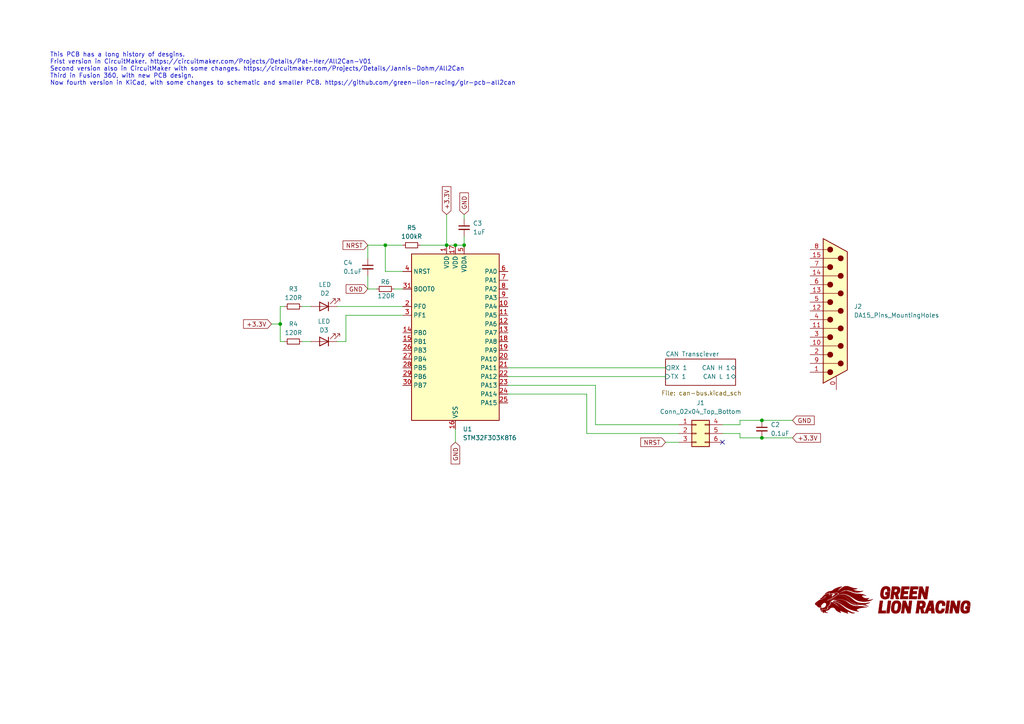
<source format=kicad_sch>
(kicad_sch (version 20250114) (generator "eeschema") (generator_version "9.0")
  (paper "A4")
  (title_block (title "All2Can") (date "${CURRENT_DATE}") (rev "v4") (company "Green Lion Racing") (comment 1 "Alexander Wallrodt"))
  (lib_symbols
    (symbol "Connector:DA15_Pins_MountingHoles" (pin_names (offset 1.016) (hide yes))
      (property "Reference" "J" (at 0 24.13 0))
      (property "Value" "DA15_Pins_MountingHoles" (at 0 22.225 0))
      (symbol "DA15_Pins_MountingHoles_1_1"
        (pin passive line (at -7.62 17.78 0) (length 3.81) (name "8") (number "8"))
        (pin passive line (at -7.62 15.24 0) (length 3.81) (name "P15") (number "15"))
        (pin passive line (at -7.62 12.7 0) (length 3.81) (name "7") (number "7"))
        (pin passive line (at -7.62 10.16 0) (length 3.81) (name "P14") (number "14"))
        (pin passive line (at -7.62 7.62 0) (length 3.81) (name "6") (number "6"))
        (pin passive line (at -7.62 5.08 0) (length 3.81) (name "P13") (number "13"))
        (pin passive line (at -7.62 2.54 0) (length 3.81) (name "5") (number "5"))
        (pin passive line (at -7.62 0 0) (length 3.81) (name "P12") (number "12"))
        (pin passive line (at -7.62 -2.54 0) (length 3.81) (name "4") (number "4"))
        (pin passive line (at -7.62 -5.08 0) (length 3.81) (name "P111") (number "11"))
        (pin passive line (at -7.62 -7.62 0) (length 3.81) (name "3") (number "3"))
        (pin passive line (at -7.62 -10.16 0) (length 3.81) (name "P10") (number "10"))
        (pin passive line (at -7.62 -12.7 0) (length 3.81) (name "2") (number "2"))
        (pin passive line (at -7.62 -15.24 0) (length 3.81) (name "P9") (number "9"))
        (pin passive line (at -7.62 -17.78 0) (length 3.81) (name "1") (number "1"))
        (pin passive line (at 0 -22.86 90) (length 3.81) (name "PAD") (number "0"))
      )
    )
    (symbol "Connector_Generic:Conn_02x03_Top_Bottom" (pin_names (offset 1.016) (hide yes))
      (property "Reference" "J" (at 1.27 5.08 0))
      (property "Value" "Conn_02x03_Top_Bottom" (at 1.27 -5.08 0))
      (symbol "Conn_02x03_Top_Bottom_1_1"
        (pin passive line (at -5.08 2.54 0) (length 3.81) (name "Pin_1") (number "1"))
        (pin passive line (at -5.08 0 0) (length 3.81) (name "Pin_2") (number "2"))
        (pin passive line (at -5.08 -2.54 0) (length 3.81) (name "Pin_3") (number "3"))
        (pin passive line (at 7.62 2.54 180) (length 3.81) (name "Pin_4") (number "4"))
        (pin passive line (at 7.62 0 180) (length 3.81) (name "Pin_5") (number "5"))
        (pin passive line (at 7.62 -2.54 180) (length 3.81) (name "Pin_6") (number "6"))
      )
    )
    (symbol "Device:C_Small" (pin_numbers (hide yes)) (pin_names (offset 0.254) (hide yes))
      (property "Reference" "C" (at 0.254 1.778 0))
      (property "Value" "C_Small" (at 0.254 -2.032 0))
      (symbol "C_Small_1_1"
        (pin passive line (at 0 2.54 270) (length 2.032) (name "~") (number "1"))
        (pin passive line (at 0 -2.54 90) (length 2.032) (name "~") (number "2"))
      )
    )
    (symbol "Device:LED" (pin_numbers (hide yes)) (pin_names (offset 1.016) (hide yes))
      (property "Reference" "D" (at 0 2.54 0))
      (property "Value" "LED" (at 0 -2.54 0))
      (symbol "LED_1_1"
        (pin passive line (at -3.81 0 0) (length 2.54) (name "K") (number "1"))
        (pin passive line (at 3.81 0 180) (length 2.54) (name "A") (number "2"))
      )
    )
    (symbol "Device:R_Small" (pin_numbers (hide yes)) (pin_names (offset 0.254) (hide yes))
      (property "Reference" "R" (at 0 0 90))
      (property "Value" "R_Small" (at 1.778 0 90))
      (symbol "R_Small_1_1"
        (pin passive line (at 0 2.54 270) (length 0.762) (name "~") (number "1"))
        (pin passive line (at 0 -2.54 90) (length 0.762) (name "~") (number "2"))
      )
    )
    (symbol "GLR_KiCad_Library:LOGO" (pin_names (offset 1.016)))
    (symbol "MCU_ST_STM32F3:STM32F303K8Tx"
      (property "Reference" "U" (at -12.7 26.67 0))
      (property "Value" "STM32F303K8Tx" (at 5.08 26.67 0))
      (symbol "STM32F303K8Tx_1_1"
        (pin input line (at -15.24 20.32 0) (length 2.54) (name "NRST") (number "4"))
        (pin input line (at -15.24 15.24 0) (length 2.54) (name "BOOT0") (number "31"))
        (pin bidirectional line (at -15.24 10.16 0) (length 2.54) (name "PF0") (number "2"))
        (pin bidirectional line (at -15.24 7.62 0) (length 2.54) (name "PF1") (number "3"))
        (pin bidirectional line (at -15.24 2.54 0) (length 2.54) (name "PB0") (number "14"))
        (pin bidirectional line (at -15.24 0 0) (length 2.54) (name "PB1") (number "15"))
        (pin bidirectional line (at -15.24 -2.54 0) (length 2.54) (name "PB3") (number "26"))
        (pin bidirectional line (at -15.24 -5.08 0) (length 2.54) (name "PB4") (number "27"))
        (pin bidirectional line (at -15.24 -7.62 0) (length 2.54) (name "PB5") (number "28"))
        (pin bidirectional line (at -15.24 -10.16 0) (length 2.54) (name "PB6") (number "29"))
        (pin bidirectional line (at -15.24 -12.7 0) (length 2.54) (name "PB7") (number "30"))
        (pin power_in line (at -2.54 27.94 270) (length 2.54) (name "VDD") (number "1"))
        (pin power_in line (at 0 27.94 270) (length 2.54) (name "VDD") (number "17"))
        (pin power_in line (at 0 -25.4 90) (length 2.54) (name "VSS") (number "16"))
        (pin passive line (at 0 -25.4 90) (length 2.54) (hide yes) (name "VSS") (number "32"))
        (pin power_in line (at 2.54 27.94 270) (length 2.54) (name "VDDA") (number "5"))
        (pin bidirectional line (at 15.24 20.32 180) (length 2.54) (name "PA0") (number "6"))
        (pin bidirectional line (at 15.24 17.78 180) (length 2.54) (name "PA1") (number "7"))
        (pin bidirectional line (at 15.24 15.24 180) (length 2.54) (name "PA2") (number "8"))
        (pin bidirectional line (at 15.24 12.7 180) (length 2.54) (name "PA3") (number "9"))
        (pin bidirectional line (at 15.24 10.16 180) (length 2.54) (name "PA4") (number "10"))
        (pin bidirectional line (at 15.24 7.62 180) (length 2.54) (name "PA5") (number "11"))
        (pin bidirectional line (at 15.24 5.08 180) (length 2.54) (name "PA6") (number "12"))
        (pin bidirectional line (at 15.24 2.54 180) (length 2.54) (name "PA7") (number "13"))
        (pin bidirectional line (at 15.24 0 180) (length 2.54) (name "PA8") (number "18"))
        (pin bidirectional line (at 15.24 -2.54 180) (length 2.54) (name "PA9") (number "19"))
        (pin bidirectional line (at 15.24 -5.08 180) (length 2.54) (name "PA10") (number "20"))
        (pin bidirectional line (at 15.24 -7.62 180) (length 2.54) (name "PA11") (number "21"))
        (pin bidirectional line (at 15.24 -10.16 180) (length 2.54) (name "PA12") (number "22"))
        (pin bidirectional line (at 15.24 -12.7 180) (length 2.54) (name "PA13") (number "23"))
        (pin bidirectional line (at 15.24 -15.24 180) (length 2.54) (name "PA14") (number "24"))
        (pin bidirectional line (at 15.24 -17.78 180) (length 2.54) (name "PA15") (number "25"))
      )
    )
  )
  (text "This PCB has a long history of desgins.\nFrist version in CircuitMaker. https://circuitmaker.com/Projects/Details/Pat-Her/All2Can-V01\nSecond version also in CircuitMaker with some changes. https://circuitmaker.com/Projects/Details/Jannis-Dohm/All2Can\nThird in Fusion 360, with new PCB design.\nNow fourth version in KiCad, with some changes to schematic and smaller PCB. https://github.com/green-lion-racing/glr-pcb-all2can" (at 14.478 20.066 0) (effects (font (size 1.27 1.27)) (justify left)))
  (junction (at 220.98 127))
  (junction (at 129.54 71.12))
  (junction (at 134.62 71.12))
  (junction (at 111.76 71.12))
  (junction (at 81.28 93.98))
  (junction (at 220.98 121.92))
  (junction (at 132.08 71.12))
  (no_connect (at 209.55 128.27))
  (wire (pts (xy 147.32 114.3) (xy 170.18 114.3)))
  (wire (pts (xy 97.79 99.06) (xy 100.33 99.06)))
  (wire (pts (xy 100.33 99.06) (xy 100.33 91.44)))
  (wire (pts (xy 81.28 93.98) (xy 81.28 99.06)))
  (wire (pts (xy 111.76 78.74) (xy 116.84 78.74)))
  (wire (pts (xy 97.79 88.9) (xy 116.84 88.9)))
  (wire (pts (xy 81.28 88.9) (xy 82.55 88.9)))
  (wire (pts (xy 214.63 127) (xy 220.98 127)))
  (wire (pts (xy 193.04 128.27) (xy 196.85 128.27)))
  (wire (pts (xy 147.32 109.22) (xy 193.04 109.22)))
  (wire (pts (xy 106.68 83.82) (xy 109.22 83.82)))
  (wire (pts (xy 209.55 123.19) (xy 214.63 123.19)))
  (wire (pts (xy 106.68 71.12) (xy 106.68 74.93)))
  (wire (pts (xy 172.72 111.76) (xy 172.72 123.19)))
  (wire (pts (xy 111.76 71.12) (xy 116.84 71.12)))
  (wire (pts (xy 147.32 106.68) (xy 193.04 106.68)))
  (wire (pts (xy 78.74 93.98) (xy 81.28 93.98)))
  (wire (pts (xy 214.63 125.73) (xy 214.63 127)))
  (wire (pts (xy 129.54 62.23) (xy 129.54 71.12)))
  (wire (pts (xy 106.68 71.12) (xy 111.76 71.12)))
  (wire (pts (xy 81.28 88.9) (xy 81.28 93.98)))
  (wire (pts (xy 214.63 121.92) (xy 220.98 121.92)))
  (wire (pts (xy 111.76 71.12) (xy 111.76 78.74)))
  (wire (pts (xy 209.55 125.73) (xy 214.63 125.73)))
  (wire (pts (xy 147.32 111.76) (xy 172.72 111.76)))
  (wire (pts (xy 220.98 127) (xy 229.87 127)))
  (wire (pts (xy 81.28 99.06) (xy 82.55 99.06)))
  (wire (pts (xy 87.63 88.9) (xy 90.17 88.9)))
  (wire (pts (xy 132.08 71.12) (xy 134.62 71.12)))
  (wire (pts (xy 134.62 68.58) (xy 134.62 71.12)))
  (wire (pts (xy 220.98 121.92) (xy 229.87 121.92)))
  (wire (pts (xy 172.72 123.19) (xy 196.85 123.19)))
  (wire (pts (xy 100.33 91.44) (xy 116.84 91.44)))
  (wire (pts (xy 106.68 80.01) (xy 106.68 83.82)))
  (wire (pts (xy 134.62 62.23) (xy 134.62 63.5)))
  (wire (pts (xy 132.08 124.46) (xy 132.08 128.27)))
  (wire (pts (xy 87.63 99.06) (xy 90.17 99.06)))
  (wire (pts (xy 114.3 83.82) (xy 116.84 83.82)))
  (wire (pts (xy 129.54 71.12) (xy 132.08 71.12)))
  (wire (pts (xy 121.92 71.12) (xy 129.54 71.12)))
  (wire (pts (xy 170.18 125.73) (xy 196.85 125.73)))
  (wire (pts (xy 170.18 114.3) (xy 170.18 125.73)))
  (wire (pts (xy 214.63 123.19) (xy 214.63 121.92)))
  (global_label "NRST" (shape input) (at 193.04 128.27 180) (property "Intersheetrefs" "${INTERSHEET_REFS}" (effects (hide yes))))
  (global_label "+3.3V" (shape input) (at 129.54 62.23 90) (property "Intersheetrefs" "${INTERSHEET_REFS}" (effects (hide yes))))
  (global_label "GND" (shape input) (at 132.08 128.27 270) (property "Intersheetrefs" "${INTERSHEET_REFS}" (effects (hide yes))))
  (global_label "+3.3V" (shape input) (at 78.74 93.98 180) (property "Intersheetrefs" "${INTERSHEET_REFS}" (effects (hide yes))))
  (global_label "GND" (shape input) (at 106.68 83.82 180) (property "Intersheetrefs" "${INTERSHEET_REFS}" (effects (hide yes))))
  (global_label "GND" (shape input) (at 229.87 121.92 0) (property "Intersheetrefs" "${INTERSHEET_REFS}" (effects (hide yes))))
  (global_label "GND" (shape input) (at 134.62 62.23 90) (property "Intersheetrefs" "${INTERSHEET_REFS}" (effects (hide yes))))
  (global_label "NRST" (shape input) (at 106.68 71.12 180) (property "Intersheetrefs" "${INTERSHEET_REFS}" (effects (hide yes))))
  (global_label "+3.3V" (shape input) (at 229.87 127 0) (property "Intersheetrefs" "${INTERSHEET_REFS}" (effects (hide yes))))
  (symbol (lib_id "MCU_ST_STM32F3:STM32F303K8Tx") (at 132.08 99.06 0) (unit 1)
    (property "Reference" "U1" (at 134.2233 124.46 0) (effects (justify left)))
    (property "Value" "STM32F303K8T6" (at 134.2233 127 0) (effects (justify left)))
    (property "Footprint" "Package_QFP:LQFP-32_7x7mm_P0.8mm" (effects (hide yes)))
    (property "Datasheet" "https://www.st.com/resource/en/datasheet/stm32f303k8.pdf" (effects (hide yes)))
    (property "Description" "STMicroelectronics Arm Cortex-M4 MCU, 64KB flash, 16KB RAM, 72 MHz, 2.0-3.6V, 25 GPIO, LQFP32" (effects (hide yes)))
  )
  (symbol (lib_id "Device:C_Small") (at 106.68 77.47 0) (unit 1)
    (property "Reference" "C4" (at 99.568 76.2 0) (effects (justify left)))
    (property "Value" "0.1uF" (at 99.568 78.74 0) (effects (justify left)))
    (property "Description" "Unpolarized capacitor, small symbol" (effects (hide yes)))
  )
  (symbol (lib_id "GLR_KiCad_Library:LOGO") (at 259.08 173.99 0) (unit 1)
    (property "Reference" "#G1" (effects (hide yes)))
    (property "Value" "LOGO" (effects (hide yes)))
  )
  (symbol (lib_id "Device:R_Small") (at 119.38 71.12 270) (unit 1)
    (property "Reference" "R5" (at 119.38 66.04 90))
    (property "Value" "100kR" (at 119.38 68.58 90))
    (property "Description" "Resistor, small symbol" (effects (hide yes)))
  )
  (symbol (lib_id "Device:R_Small") (at 111.76 83.82 270) (unit 1)
    (property "Reference" "R6" (at 111.76 81.788 90))
    (property "Value" "120R" (at 112.014 85.852 90))
    (property "Description" "Resistor, small symbol" (effects (hide yes)))
  )
  (symbol (lib_id "Device:LED") (at 93.98 99.06 180) (unit 1)
    (property "Reference" "D3" (at 93.98 95.758 0))
    (property "Value" "LED" (at 93.98 93.218 0))
    (property "Description" "Light emitting diode" (effects (hide yes)))
    (property "Sim.Pins" "1=K 2=A" (effects (hide yes)))
  )
  (symbol (lib_id "Connector_Generic:Conn_02x03_Top_Bottom") (at 201.93 125.73 0) (unit 1)
    (property "Reference" "J1" (at 203.2 116.84 0))
    (property "Value" "Conn_02x04_Top_Bottom" (at 203.2 119.38 0))
    (property "Footprint" "Connector_PinSocket_2.54mm:PinSocket_2x03_P2.54mm_Vertical" (effects (hide yes)))
    (property "Description" "Generic connector, double row, 02x03, top/bottom pin numbering scheme (row 1: 1...pins_per_row, row2: pins_per_row+1 ... num_pins), script generated (kicad-library-utils/schlib/autogen/connector/)" (effects (hide yes)))
  )
  (symbol (lib_id "Device:LED") (at 93.98 88.9 180) (unit 1)
    (property "Reference" "D2" (at 94.234 85.09 0))
    (property "Value" "LED" (at 94.234 82.55 0))
    (property "Description" "Light emitting diode" (effects (hide yes)))
    (property "Sim.Pins" "1=K 2=A" (effects (hide yes)))
  )
  (symbol (lib_id "Device:R_Small") (at 85.09 99.06 270) (unit 1)
    (property "Reference" "R4" (at 85.09 93.98 90))
    (property "Value" "120R" (at 85.09 96.52 90))
    (property "Description" "Resistor, small symbol" (effects (hide yes)))
  )
  (symbol (lib_id "Connector:DA15_Pins_MountingHoles") (at 242.57 90.17 0) (unit 1)
    (property "Reference" "J2" (at 247.65 88.8999 0) (effects (justify left)))
    (property "Value" "DA15_Pins_MountingHoles" (at 247.65 91.4399 0) (effects (justify left)))
    (property "Footprint" "Connector_Dsub:DSUB-15-HD_Pins_Horizontal_P2.29x1.90mm_EdgePinOffset3.03mm_Housed_MountingHolesOffset4.94mm" (effects (hide yes)))
    (property "Description" "15-pin D-SUB connector, pins (male) (low-density/2 columns), Mounting Hole" (effects (hide yes)))
  )
  (symbol (lib_id "Device:C_Small") (at 220.98 124.46 0) (unit 1)
    (property "Reference" "C2" (at 223.52 123.1962 0) (effects (justify left)))
    (property "Value" "0.1uF" (at 223.52 125.7362 0) (effects (justify left)))
    (property "Description" "Unpolarized capacitor, small symbol" (effects (hide yes)))
  )
  (symbol (lib_id "Device:R_Small") (at 85.09 88.9 270) (unit 1)
    (property "Reference" "R3" (at 85.09 83.82 90))
    (property "Value" "120R" (at 85.09 86.36 90))
    (property "Description" "Resistor, small symbol" (effects (hide yes)))
  )
  (symbol (lib_id "Device:C_Small") (at 134.62 66.04 0) (unit 1)
    (property "Reference" "C3" (at 137.16 64.7762 0) (effects (justify left)))
    (property "Value" "1uF" (at 137.16 67.3162 0) (effects (justify left)))
    (property "Description" "Unpolarized capacitor, small symbol" (effects (hide yes)))
  )
  (sheet (at 193.04 104.14) (size 20.32 7.62) (stroke (width 0.1524))
    (property "Sheetname" "CAN Transciever" (at 193.04 103.4284 0) (effects (justify left bottom)))
    (property "Sheetfile" "can-bus.kicad_sch" (at 191.77 113.284 0) (effects (justify left top)))
    (pin "TX 1" input (at 193.04 109.22 180))
    (pin "CAN H 1" bidirectional (at 213.36 106.68 0))
    (pin "CAN L 1" bidirectional (at 213.36 109.22 0))
    (pin "RX 1" output (at 193.04 106.68 180))
  )
)
</source>
